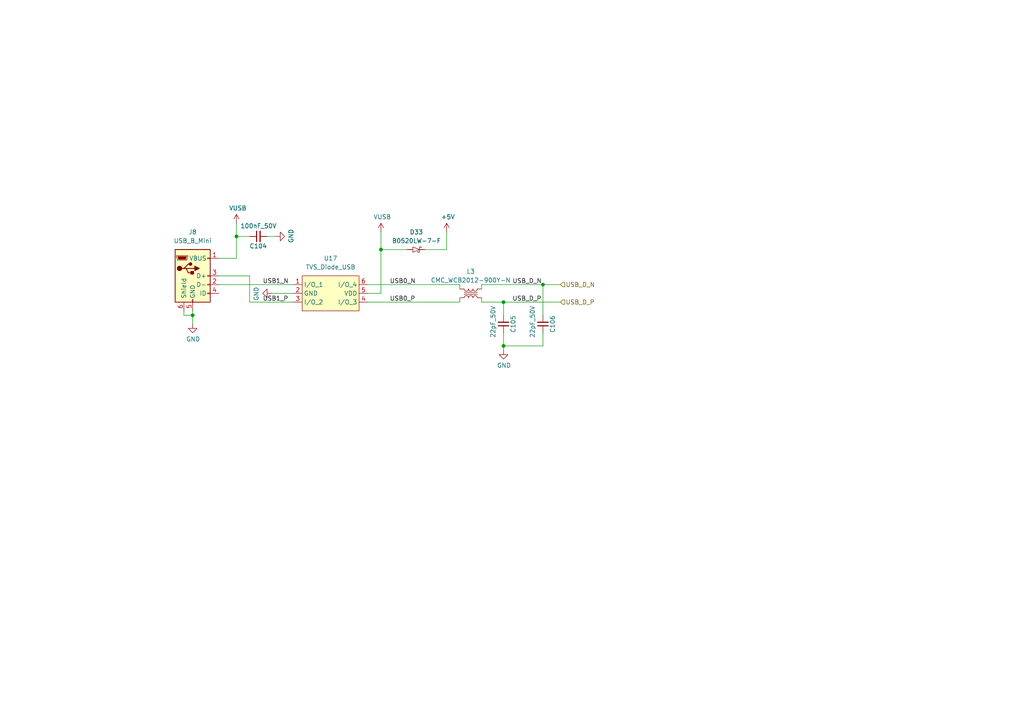
<source format=kicad_sch>
(kicad_sch (version 20231120) (generator "eeschema") (generator_version "8.0")
  (paper "A4")
  (lib_symbols
    (symbol "AKE_Capacitor:Capacitor_UnPolarised" (pin_numbers hide) (pin_names (offset 0.254) hide)
      (property "Reference" "C" (at 0.254 1.778 0))
      (property "Value" "Capacitor_UnPolarised" (at 0 -1.27 0))
      (symbol "Capacitor_UnPolarised_0_1"
        (polyline (pts (xy -1.524 -0.508) (xy 1.524 -0.508)) (stroke (width 0.3302)))
        (polyline (pts (xy -1.524 0.508) (xy 1.524 0.508)) (stroke (width 0.3048)))
      )
      (symbol "Capacitor_UnPolarised_1_1"
        (pin passive line (at 0 2.54 270) (length 2.032) (name "~") (number "1"))
        (pin passive line (at 0 -2.54 90) (length 2.032) (name "~") (number "2"))
      )
    )
    (symbol "AKE_Connector_Socket:USB_B_Mini" (pin_names (offset 1.016))
      (property "Reference" "J" (at -5.08 11.43 0))
      (property "Value" "USB_B_Mini" (at -5.08 8.89 0))
      (symbol "USB_B_Mini_0_1"
        (rectangle (start -5.08 -7.62) (end 5.08 7.62) (stroke (width 0.254)) (fill (type background)))
        (circle (center -3.81 2.159) (radius 0.635) (stroke (width 0.254)) (fill (type outline)))
        (circle (center -0.635 3.429) (radius 0.381) (stroke (width 0.254)) (fill (type outline)))
        (rectangle (start -0.127 -7.62) (end 0.127 -6.858))
        (polyline (pts (xy -1.905 2.159) (xy 0.635 2.159)) (stroke (width 0.254)))
        (polyline (pts (xy -3.175 2.159) (xy -2.54 2.159) (xy -1.27 3.429) (xy -0.635 3.429)) (stroke (width 0.254)))
        (polyline (pts (xy -2.54 2.159) (xy -1.905 2.159) (xy -1.27 0.889) (xy 0 0.889)) (stroke (width 0.254)))
        (polyline (pts (xy 0.635 2.794) (xy 0.635 1.524) (xy 1.905 2.159) (xy 0.635 2.794)) (stroke (width 0.254)) (fill (type outline)))
        (polyline (pts (xy -4.318 5.588) (xy -1.778 5.588) (xy -2.032 4.826) (xy -4.064 4.826) (xy -4.318 5.588)) (fill (type outline)))
        (polyline (pts (xy -4.699 5.842) (xy -4.699 5.588) (xy -4.445 4.826) (xy -4.445 4.572) (xy -1.651 4.572) (xy -1.651 4.826) (xy -1.397 5.588) (xy -1.397 5.842) (xy -4.699 5.842)))
        (rectangle (start 0.254 1.27) (end -0.508 0.508) (stroke (width 0.254)) (fill (type outline)))
        (rectangle (start 5.08 -5.207) (end 4.318 -4.953))
        (rectangle (start 5.08 -2.667) (end 4.318 -2.413))
        (rectangle (start 5.08 -0.127) (end 4.318 0.127))
        (rectangle (start 5.08 4.953) (end 4.318 5.207))
      )
      (symbol "USB_B_Mini_1_1"
        (pin power_out line (at 7.62 5.08 180) (length 2.54) (name "VBUS") (number "1"))
        (pin bidirectional line (at 7.62 -2.54 180) (length 2.54) (name "D-") (number "2"))
        (pin bidirectional line (at 7.62 0 180) (length 2.54) (name "D+") (number "3"))
        (pin passive line (at 7.62 -5.08 180) (length 2.54) (name "ID") (number "4"))
        (pin power_out line (at 0 -10.16 90) (length 2.54) (name "GND") (number "5"))
        (pin passive line (at -2.54 -10.16 90) (length 2.54) (name "Shield") (number "6"))
      )
    )
    (symbol "AKE_Diode:Diode_Schottky" (pin_names (offset 1.016))
      (property "Reference" "D" (at -6.35 1.27 0))
      (property "Value" "Diode_Schottky" (at -5.08 3.81 0))
      (symbol "Diode_Schottky_0_1"
        (polyline (pts (xy 1.27 1.27) (xy 1.524 1.27)) (stroke (width 0.1524)))
        (polyline (pts (xy 1.524 2.032) (xy 1.524 0.508)) (stroke (width 0.1524)))
        (polyline (pts (xy 2.032 2.032) (xy 2.032 1.778)) (stroke (width 0.1524)))
        (polyline (pts (xy 3.81 1.27) (xy 3.429 1.27)) (stroke (width 0.1524)))
        (polyline (pts (xy 1.524 0.508) (xy 1.016 0.508) (xy 1.016 0.762)) (stroke (width 0.1524)))
        (polyline (pts (xy 1.524 2.032) (xy 1.778 2.032) (xy 2.032 2.032)) (stroke (width 0.1524)))
        (polyline (pts (xy 1.524 1.27) (xy 3.429 2.032) (xy 3.429 0.508) (xy 1.524 1.27)) (stroke (width 0.1524)))
      )
      (symbol "Diode_Schottky_1_1"
        (pin passive line (at 0 1.27 0) (length 1.27) (name "~") (number "1"))
        (pin passive line (at 5.08 1.27 180) (length 1.27) (name "~") (number "2"))
      )
    )
    (symbol "AKE_Diode:TVS_Diode_USB"
      (property "Reference" "U" (at 3.556 11.176 0))
      (property "Value" "TVS_Diode_USB" (at 10.414 -1.27 0))
      (symbol "TVS_Diode_USB_1_1"
        (rectangle (start 2.54 10.16) (end 19.05 0) (fill (type background)))
        (pin input line (at 0 7.62 0) (length 2.54) (name "I/O_1") (number "1"))
        (pin input line (at 0 5.08 0) (length 2.54) (name "GND") (number "2"))
        (pin input line (at 0 2.54 0) (length 2.54) (name "I/O_2") (number "3"))
        (pin input line (at 21.59 2.54 180) (length 2.54) (name "I/O_3") (number "4"))
        (pin input line (at 21.59 5.08 180) (length 2.54) (name "VDD") (number "5"))
        (pin input line (at 21.59 7.62 180) (length 2.54) (name "I/O_4") (number "6"))
      )
    )
    (symbol "AKE_Inductor:CMC_WCB2012-900Y-N" (pin_numbers hide) (pin_names (offset 1.016) hide)
      (property "Reference" "L" (at 0 5.08 0))
      (property "Value" "CMC_WCB2012-900Y-N" (at 3.81 -2.54 0))
      (symbol "CMC_WCB2012-900Y-N_0_1"
        (polyline (pts (xy 1.27 1.524) (xy 5.08 1.524)))
        (polyline (pts (xy 5.08 1.016) (xy 1.27 1.016)))
        (arc (start 1.27 2.54) (mid 1.905 1.9077) (end 2.54 2.54))
        (arc (start 2.54 0) (mid 1.905 0.6323) (end 1.27 0))
        (arc (start 2.54 2.54) (mid 3.175 1.9077) (end 3.81 2.54))
        (arc (start 3.81 0) (mid 3.175 0.6323) (end 2.54 0))
        (arc (start 3.81 2.54) (mid 4.445 1.9077) (end 5.08 2.54))
        (arc (start 5.08 0) (mid 4.445 0.6323) (end 3.81 0))
      )
      (symbol "CMC_WCB2012-900Y-N_1_1"
        (pin passive line (at 0 2.54 0) (length 1.27) (name "1") (number "1"))
        (pin passive line (at 6.35 2.54 180) (length 1.27) (name "2") (number "2"))
        (pin passive line (at 6.35 0 180) (length 1.27) (name "3") (number "3"))
        (pin passive line (at 0 0 0) (length 1.27) (name "4") (number "4"))
      )
    )
    (symbol "AKE_Power:+5V" (power) (pin_names (offset 0))
      (property "Value" "+5V" (at 0 3.556 0))
      (symbol "+5V_0_1"
        (polyline (pts (xy -0.762 1.27) (xy 0 2.54)))
        (polyline (pts (xy 0 0) (xy 0 2.54)))
        (polyline (pts (xy 0 2.54) (xy 0.762 1.27)))
      )
      (symbol "+5V_1_1"
        (pin power_in line (at 0 0 90) (length 0) hide (name "+5V") (number "1"))
      )
    )
    (symbol "AKE_Power:GND" (power) (pin_names (offset 0))
      (property "Value" "GND" (at 0 -3.81 0))
      (symbol "GND_0_1"
        (polyline (pts (xy 0 0) (xy 0 -1.27) (xy 1.27 -1.27) (xy 0 -2.54) (xy -1.27 -1.27) (xy 0 -1.27)))
      )
      (symbol "GND_1_1"
        (pin power_in line (at 0 0 270) (length 0) hide (name "GND") (number "1"))
      )
    )
  )
  (junction (at 146.05 100.33))
  (junction (at 146.05 87.63))
  (junction (at 55.88 91.44))
  (junction (at 110.49 72.39))
  (junction (at 157.48 82.55))
  (junction (at 68.58 68.58))
  (wire (pts (xy 146.05 96.52) (xy 146.05 100.33)))
  (wire (pts (xy 53.34 90.17) (xy 53.34 91.44)))
  (wire (pts (xy 63.5 82.55) (xy 85.09 82.55)))
  (wire (pts (xy 68.58 68.58) (xy 72.39 68.58)))
  (wire (pts (xy 68.58 64.77) (xy 68.58 68.58)))
  (wire (pts (xy 72.39 80.01) (xy 72.39 87.63)))
  (wire (pts (xy 139.7 82.55) (xy 157.48 82.55)))
  (wire (pts (xy 139.7 82.55) (xy 139.7 83.82)))
  (wire (pts (xy 139.7 86.36) (xy 139.7 87.63)))
  (wire (pts (xy 85.09 85.09) (xy 78.74 85.09)))
  (wire (pts (xy 123.19 72.39) (xy 129.54 72.39)))
  (wire (pts (xy 110.49 72.39) (xy 118.11 72.39)))
  (wire (pts (xy 63.5 80.01) (xy 72.39 80.01)))
  (wire (pts (xy 110.49 67.31) (xy 110.49 72.39)))
  (wire (pts (xy 133.35 82.55) (xy 133.35 83.82)))
  (wire (pts (xy 157.48 100.33) (xy 146.05 100.33)))
  (wire (pts (xy 106.68 82.55) (xy 133.35 82.55)))
  (wire (pts (xy 146.05 87.63) (xy 162.56 87.63)))
  (wire (pts (xy 157.48 96.52) (xy 157.48 100.33)))
  (wire (pts (xy 53.34 91.44) (xy 55.88 91.44)))
  (wire (pts (xy 129.54 72.39) (xy 129.54 67.31)))
  (wire (pts (xy 157.48 82.55) (xy 157.48 91.44)))
  (wire (pts (xy 72.39 87.63) (xy 85.09 87.63)))
  (wire (pts (xy 146.05 100.33) (xy 146.05 101.6)))
  (wire (pts (xy 133.35 86.36) (xy 133.35 87.63)))
  (wire (pts (xy 110.49 72.39) (xy 110.49 85.09)))
  (wire (pts (xy 68.58 74.93) (xy 63.5 74.93)))
  (wire (pts (xy 139.7 87.63) (xy 146.05 87.63)))
  (wire (pts (xy 106.68 87.63) (xy 133.35 87.63)))
  (wire (pts (xy 146.05 87.63) (xy 146.05 91.44)))
  (wire (pts (xy 68.58 68.58) (xy 68.58 74.93)))
  (wire (pts (xy 55.88 90.17) (xy 55.88 91.44)))
  (wire (pts (xy 55.88 91.44) (xy 55.88 93.98)))
  (wire (pts (xy 77.47 68.58) (xy 80.01 68.58)))
  (wire (pts (xy 157.48 82.55) (xy 162.56 82.55)))
  (wire (pts (xy 110.49 85.09) (xy 106.68 85.09)))
  (label "USB1_N" (at 76.2 82.55 0))
  (label "USB0_P" (at 113.03 87.63 0))
  (label "USB0_N" (at 113.03 82.55 0))
  (label "USB_D_N" (at 148.59 82.55 0))
  (label "USB1_P" (at 76.2 87.63 0))
  (label "USB_D_P" (at 148.59 87.63 0))
  (hierarchical_label "USB_D_P" (shape input) (at 162.56 87.63 0))
  (hierarchical_label "USB_D_N" (shape input) (at 162.56 82.55 0))
  (symbol (lib_id "AKE_Diode:Diode_Schottky") (at 123.19 71.12 180) (unit 1)
    (property "Reference" "D33" (at 120.777 67.31 0))
    (property "Value" "B0520LW-7-F" (at 120.777 69.85 0))
    (property "Footprint" "AKE_Diode_SMD:SOD-123" (effects (hide yes)))
    (property "Description" "DIODE SCHOTTKY 3A 10V SOD323 ST" (effects (hide yes)))
    (property "MFG P/N" "BAT60JFILM" (effects (hide yes)))
  )
  (symbol (lib_id "AKE_Power:GND") (at 78.74 85.09 270) (unit 1)
    (property "Reference" "#PWR0154" (effects (hide yes)))
    (property "Value" "GND" (at 74.3458 85.217 0))
  )
  (symbol (lib_id "AKE_Connector_Socket:USB_B_Mini") (at 55.88 80.01 0) (unit 1)
    (property "Reference" "J8" (at 55.88 67.31 0))
    (property "Value" "USB_B_Mini" (at 55.88 69.85 0))
    (property "Footprint" "AKE_Connector_Socket_SMD:USB_Mini-B_EDAC_690-005-299-043" (effects (hide yes)))
    (property "Datasheet" "http://files.edac.net/edac/content/1/690-005-299-043.pdf" (effects (hide yes)))
    (property "Description" "USB - mini B USB 2.0 Receptacle Connector 5 Position Surface Mount, Right Angle" (effects (hide yes)))
    (property "MFG P/N" "L-KLS1-229-5FB-B-R " (effects (hide yes)))
  )
  (symbol (lib_id "AKE_Power:GND") (at 55.88 93.98 0) (unit 1)
    (property "Reference" "#PWR0125" (effects (hide yes)))
    (property "Value" "GND" (at 56.007 98.3742 0))
  )
  (symbol (lib_id "AKE_Power:GND") (at 80.01 68.58 90) (unit 1)
    (property "Reference" "#PWR0128" (effects (hide yes)))
    (property "Value" "GND" (at 84.4042 68.453 0))
  )
  (symbol (lib_id "AKE_Diode:TVS_Diode_USB") (at 85.09 90.17 0) (unit 1)
    (property "Reference" "U17" (at 95.885 74.93 0))
    (property "Value" "TVS_Diode_USB" (at 95.885 77.47 0))
    (property "Footprint" "AKE_IC_SMD:SOT-23-6" (effects (hide yes)))
    (property "Description" "DIODE TVS 5V 17.5V SOT23-6" (effects (hide yes)))
    (property "MFG P/N" "PE1805C4A6_R1_00001 " (effects (hide yes)))
  )
  (symbol (lib_id "AKE_Power:GND") (at 146.05 101.6 0) (unit 1)
    (property "Reference" "#PWR0157" (effects (hide yes)))
    (property "Value" "GND" (at 146.177 105.9942 0))
  )
  (symbol (lib_id "AKE_Power:+5V") (at 68.58 64.77 0) (unit 1)
    (property "Reference" "#PWR0127" (effects (hide yes)))
    (property "Value" "VUSB" (at 68.961 60.3758 0))
  )
  (symbol (lib_id "AKE_Capacitor:Capacitor_UnPolarised") (at 146.05 93.98 180) (unit 1)
    (property "Reference" "C105" (at 148.844 91.44 90) (effects (justify left)))
    (property "Value" "22pF_50V" (at 143.002 88.646 90) (effects (justify left)))
    (property "Footprint" "AKE_Capacitor_SMD:CAP_0603" (effects (hide yes)))
    (property "MFG P/N" "*" (effects (hide yes)))
  )
  (symbol (lib_id "AKE_Inductor:CMC_WCB2012-900Y-N") (at 139.7 86.36 0) (mirror y) (unit 1)
    (property "Reference" "L3" (at 136.525 78.74 0))
    (property "Value" "CMC_WCB2012-900Y-N" (at 136.525 81.28 0))
    (property "Footprint" "AKE_Inductor_SMD:CMC_SMD_0805" (effects (hide yes)))
    (property "Description" "CHOKE COMMON MODE 90R 400MA SMT" (effects (hide yes)))
    (property "MFG P/N" "WCB2012-900Y-N " (effects (hide yes)))
  )
  (symbol (lib_id "AKE_Capacitor:Capacitor_UnPolarised") (at 74.93 68.58 90) (unit 1)
    (property "Reference" "C104" (at 77.47 71.374 90) (effects (justify left)))
    (property "Value" "100nF_50V" (at 80.264 65.532 90) (effects (justify left)))
    (property "Footprint" "AKE_Capacitor_SMD:CAP_0603" (effects (hide yes)))
    (property "MFG P/N" "*" (effects (hide yes)))
  )
  (symbol (lib_id "AKE_Capacitor:Capacitor_UnPolarised") (at 157.48 93.98 180) (unit 1)
    (property "Reference" "C106" (at 160.274 91.44 90) (effects (justify left)))
    (property "Value" "22pF_50V" (at 154.432 88.646 90) (effects (justify left)))
    (property "Footprint" "AKE_Capacitor_SMD:CAP_0603" (effects (hide yes)))
    (property "MFG P/N" "*" (effects (hide yes)))
  )
  (symbol (lib_id "AKE_Power:+5V") (at 129.54 67.31 0) (unit 1)
    (property "Reference" "#PWR0156" (effects (hide yes)))
    (property "Value" "+5V" (at 129.921 62.9158 0))
  )
  (symbol (lib_id "AKE_Power:+5V") (at 110.49 67.31 0) (unit 1)
    (property "Reference" "#PWR0155" (effects (hide yes)))
    (property "Value" "VUSB" (at 110.871 62.9158 0))
  )
)
</source>
